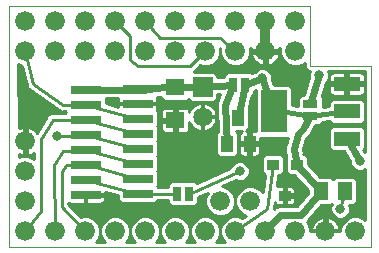
<source format=gbl>
G75*
%MOIN*%
%OFA0B0*%
%FSLAX25Y25*%
%IPPOS*%
%LPD*%
%AMOC8*
5,1,8,0,0,1.08239X$1,22.5*
%
%ADD10C,0.00000*%
%ADD11R,0.03937X0.03543*%
%ADD12R,0.03937X0.05512*%
%ADD13R,0.02500X0.05000*%
%ADD14R,0.05000X0.02500*%
%ADD15C,0.06600*%
%ADD16R,0.10000X0.03000*%
%ADD17R,0.06299X0.05512*%
%ADD18R,0.05118X0.05906*%
%ADD19R,0.08800X0.04800*%
%ADD20R,0.08661X0.14173*%
%ADD21R,0.06500X0.06500*%
%ADD22C,0.06500*%
%ADD23C,0.01000*%
%ADD24C,0.01600*%
%ADD25C,0.03200*%
%ADD26C,0.03200*%
%ADD27C,0.02400*%
D10*
X0030829Y0002606D02*
X0151329Y0002606D01*
X0151329Y0062811D01*
X0131250Y0062850D01*
X0131211Y0062889D01*
X0131211Y0072811D01*
X0131250Y0082850D01*
X0030829Y0082850D01*
X0030829Y0002606D01*
D11*
X0118813Y0029968D03*
X0126687Y0029968D03*
X0122750Y0019732D03*
D12*
X0110990Y0037019D03*
X0103510Y0037019D03*
X0107250Y0045681D03*
D13*
X0105471Y0056712D03*
X0109415Y0056712D03*
X0090722Y0020350D03*
X0086778Y0020350D03*
D14*
X0131250Y0046378D03*
X0131250Y0050322D03*
D15*
X0126250Y0067850D03*
X0116250Y0067850D03*
X0106250Y0067850D03*
X0096250Y0067850D03*
X0086250Y0067850D03*
X0076250Y0067850D03*
X0066250Y0067850D03*
X0056250Y0067850D03*
X0046250Y0067850D03*
X0036250Y0067850D03*
X0036250Y0077850D03*
X0046250Y0077850D03*
X0056250Y0077850D03*
X0066250Y0077850D03*
X0076250Y0077850D03*
X0086250Y0077850D03*
X0096250Y0077850D03*
X0106250Y0077850D03*
X0116250Y0077850D03*
X0126250Y0077850D03*
X0111250Y0017850D03*
X0101250Y0017850D03*
X0096250Y0007850D03*
X0086250Y0007850D03*
X0076250Y0007850D03*
X0066250Y0007850D03*
X0056250Y0007850D03*
X0046250Y0007850D03*
X0036250Y0007850D03*
X0036250Y0017850D03*
X0036250Y0027850D03*
X0036250Y0037850D03*
X0106250Y0007850D03*
X0116250Y0007850D03*
X0126250Y0007850D03*
X0136250Y0007850D03*
X0146250Y0007850D03*
D16*
X0073750Y0020350D03*
X0073750Y0025350D03*
X0073750Y0030350D03*
X0073750Y0035350D03*
X0073750Y0040350D03*
X0073750Y0045350D03*
X0073750Y0050350D03*
X0073750Y0055350D03*
X0056329Y0055007D03*
X0056329Y0050007D03*
X0056329Y0045007D03*
X0056329Y0040007D03*
X0056329Y0035007D03*
X0056329Y0030007D03*
X0056329Y0025007D03*
X0056329Y0020007D03*
D17*
X0086250Y0044838D03*
X0086250Y0055862D03*
D18*
X0134813Y0021350D03*
X0142687Y0021350D03*
D19*
X0143450Y0038750D03*
X0143450Y0047850D03*
X0143450Y0056950D03*
D20*
X0119049Y0047850D03*
D21*
X0095329Y0056007D03*
D22*
X0095329Y0046007D03*
D23*
X0095140Y0045818D02*
X0095518Y0045818D01*
X0095518Y0041257D01*
X0095703Y0041257D01*
X0096441Y0041374D01*
X0097152Y0041605D01*
X0097818Y0041945D01*
X0098423Y0042384D01*
X0098952Y0042913D01*
X0099391Y0043518D01*
X0099731Y0044184D01*
X0099962Y0044895D01*
X0100079Y0045634D01*
X0100079Y0045818D01*
X0095518Y0045818D01*
X0095518Y0046196D01*
X0100079Y0046196D01*
X0100079Y0046381D01*
X0099962Y0047120D01*
X0099731Y0047831D01*
X0099391Y0048497D01*
X0098952Y0049102D01*
X0098423Y0049631D01*
X0097818Y0050070D01*
X0097152Y0050409D01*
X0096441Y0050641D01*
X0095703Y0050757D01*
X0095518Y0050757D01*
X0095518Y0046197D01*
X0095140Y0046197D01*
X0095140Y0050757D01*
X0094955Y0050757D01*
X0094216Y0050641D01*
X0093505Y0050409D01*
X0092839Y0050070D01*
X0092234Y0049631D01*
X0091706Y0049102D01*
X0091266Y0048497D01*
X0090927Y0047831D01*
X0090900Y0047747D01*
X0090900Y0047792D01*
X0090797Y0048173D01*
X0090600Y0048515D01*
X0090321Y0048794D01*
X0089979Y0048992D01*
X0089597Y0049094D01*
X0086750Y0049094D01*
X0086750Y0045338D01*
X0085750Y0045338D01*
X0085750Y0044338D01*
X0086750Y0044338D01*
X0086750Y0040582D01*
X0089597Y0040582D01*
X0089979Y0040685D01*
X0090321Y0040882D01*
X0090600Y0041161D01*
X0090797Y0041503D01*
X0090900Y0041885D01*
X0090900Y0044268D01*
X0090927Y0044184D01*
X0091266Y0043518D01*
X0091706Y0042913D01*
X0092234Y0042384D01*
X0092839Y0041945D01*
X0093505Y0041605D01*
X0094216Y0041374D01*
X0094955Y0041257D01*
X0095140Y0041257D01*
X0095140Y0045818D01*
X0095140Y0045542D02*
X0095518Y0045542D01*
X0095518Y0046540D02*
X0095140Y0046540D01*
X0095140Y0047539D02*
X0095518Y0047539D01*
X0095518Y0048537D02*
X0095140Y0048537D01*
X0095140Y0049536D02*
X0095518Y0049536D01*
X0095518Y0050534D02*
X0095140Y0050534D01*
X0093890Y0050534D02*
X0074000Y0050534D01*
X0074000Y0050600D02*
X0080250Y0050600D01*
X0080250Y0052047D01*
X0080148Y0052429D01*
X0079996Y0052692D01*
X0080008Y0052704D01*
X0081400Y0052761D01*
X0081400Y0052402D01*
X0082396Y0051406D01*
X0090104Y0051406D01*
X0090565Y0051867D01*
X0091375Y0051057D01*
X0099283Y0051057D01*
X0100279Y0052053D01*
X0100279Y0053444D01*
X0101175Y0053507D01*
X0100424Y0051500D01*
X0100415Y0051490D01*
X0100222Y0050961D01*
X0100025Y0050433D01*
X0100025Y0050419D01*
X0100020Y0050406D01*
X0100045Y0049842D01*
X0100065Y0049279D01*
X0100070Y0049267D01*
X0100430Y0041068D01*
X0099841Y0040479D01*
X0099841Y0033559D01*
X0100837Y0032563D01*
X0106183Y0032563D01*
X0107178Y0033559D01*
X0107178Y0040479D01*
X0106433Y0041225D01*
X0108636Y0041225D01*
X0108443Y0041173D01*
X0108101Y0040975D01*
X0107821Y0040696D01*
X0107624Y0040354D01*
X0107522Y0039973D01*
X0107522Y0037504D01*
X0110506Y0037504D01*
X0110506Y0041275D01*
X0109973Y0041275D01*
X0110918Y0042221D01*
X0110918Y0049141D01*
X0110890Y0049169D01*
X0111589Y0052732D01*
X0112365Y0053508D01*
X0112365Y0054704D01*
X0113019Y0054944D01*
X0113019Y0041275D01*
X0111474Y0041275D01*
X0111474Y0037504D01*
X0110506Y0037504D01*
X0110506Y0036535D01*
X0111474Y0036535D01*
X0111474Y0032763D01*
X0113156Y0032763D01*
X0113538Y0032866D01*
X0113880Y0033063D01*
X0114159Y0033342D01*
X0114356Y0033684D01*
X0114459Y0034066D01*
X0114459Y0036535D01*
X0111474Y0036535D01*
X0111474Y0037504D01*
X0114459Y0037504D01*
X0114459Y0039063D01*
X0123813Y0039063D01*
X0123057Y0036632D01*
X0122979Y0036520D01*
X0122886Y0036085D01*
X0122754Y0035660D01*
X0122767Y0035525D01*
X0122738Y0035392D01*
X0122819Y0034954D01*
X0122859Y0034512D01*
X0122923Y0034391D01*
X0123241Y0032666D01*
X0123019Y0032444D01*
X0123019Y0027492D01*
X0124014Y0026496D01*
X0125975Y0026496D01*
X0130554Y0021640D01*
X0130554Y0020731D01*
X0126878Y0016250D01*
X0121755Y0016250D01*
X0121688Y0016274D01*
X0121181Y0016250D01*
X0120673Y0016250D01*
X0120607Y0016223D01*
X0120536Y0016219D01*
X0120077Y0016003D01*
X0119607Y0015808D01*
X0119557Y0015758D01*
X0119492Y0015728D01*
X0119151Y0015352D01*
X0119009Y0015211D01*
X0119132Y0015953D01*
X0119112Y0015981D01*
X0119331Y0017578D01*
X0119384Y0017381D01*
X0119581Y0017039D01*
X0119860Y0016760D01*
X0120203Y0016562D01*
X0120584Y0016460D01*
X0122364Y0016460D01*
X0122364Y0019346D01*
X0123136Y0019346D01*
X0123136Y0020118D01*
X0122364Y0020118D01*
X0122364Y0023004D01*
X0120584Y0023004D01*
X0120203Y0022901D01*
X0120051Y0022814D01*
X0120557Y0026496D01*
X0121486Y0026496D01*
X0122481Y0027492D01*
X0122481Y0032444D01*
X0121486Y0033440D01*
X0116140Y0033440D01*
X0115144Y0032444D01*
X0115144Y0027492D01*
X0116118Y0026518D01*
X0115337Y0020834D01*
X0114082Y0022089D01*
X0112245Y0022850D01*
X0110255Y0022850D01*
X0108418Y0022089D01*
X0107011Y0020682D01*
X0106250Y0018845D01*
X0105489Y0020682D01*
X0104082Y0022089D01*
X0102245Y0022850D01*
X0101856Y0022850D01*
X0106383Y0024844D01*
X0107094Y0024550D01*
X0108406Y0024550D01*
X0109619Y0025052D01*
X0110548Y0025981D01*
X0111050Y0027194D01*
X0111050Y0028506D01*
X0110548Y0029719D01*
X0109619Y0030648D01*
X0108406Y0031150D01*
X0107094Y0031150D01*
X0105881Y0030648D01*
X0104952Y0029719D01*
X0104599Y0028866D01*
X0093325Y0023901D01*
X0092676Y0024550D01*
X0088767Y0024550D01*
X0088750Y0024532D01*
X0088733Y0024550D01*
X0084824Y0024550D01*
X0083828Y0023554D01*
X0083828Y0022550D01*
X0080450Y0022550D01*
X0080450Y0022554D01*
X0080154Y0022850D01*
X0080450Y0023146D01*
X0080450Y0027554D01*
X0080154Y0027850D01*
X0080450Y0028146D01*
X0080450Y0032554D01*
X0080154Y0032850D01*
X0080450Y0033146D01*
X0080450Y0037554D01*
X0080154Y0037850D01*
X0080450Y0038146D01*
X0080450Y0042554D01*
X0080154Y0042850D01*
X0080450Y0043146D01*
X0080450Y0047554D01*
X0079996Y0048008D01*
X0080148Y0048271D01*
X0080250Y0048653D01*
X0080250Y0050100D01*
X0074000Y0050100D01*
X0074000Y0050600D01*
X0073500Y0050600D02*
X0073500Y0050100D01*
X0067250Y0050100D01*
X0067250Y0049365D01*
X0063029Y0050494D01*
X0063029Y0052107D01*
X0067266Y0052107D01*
X0067250Y0052047D01*
X0067250Y0050600D01*
X0073500Y0050600D01*
X0073500Y0050534D02*
X0063029Y0050534D01*
X0063029Y0051533D02*
X0067250Y0051533D01*
X0067250Y0049536D02*
X0066611Y0049536D01*
X0073750Y0045350D02*
X0056329Y0050007D01*
X0048829Y0050007D01*
X0038829Y0057007D01*
X0036250Y0067850D01*
X0033832Y0063440D02*
X0035169Y0062886D01*
X0036673Y0056561D01*
X0036821Y0055728D01*
X0036882Y0055685D01*
X0036899Y0055612D01*
X0037620Y0055168D01*
X0047409Y0048316D01*
X0047917Y0047807D01*
X0048135Y0047807D01*
X0048314Y0047683D01*
X0049021Y0047807D01*
X0049629Y0047807D01*
X0049629Y0047803D01*
X0049925Y0047507D01*
X0049629Y0047212D01*
X0049629Y0047207D01*
X0045951Y0047207D01*
X0045706Y0047359D01*
X0045070Y0047207D01*
X0044417Y0047207D01*
X0044213Y0047003D01*
X0043933Y0046937D01*
X0043590Y0046380D01*
X0043129Y0045919D01*
X0043129Y0045630D01*
X0040103Y0040713D01*
X0039911Y0040977D01*
X0039377Y0041511D01*
X0038766Y0041955D01*
X0038093Y0042298D01*
X0037374Y0042532D01*
X0036750Y0042631D01*
X0036750Y0038350D01*
X0035750Y0038350D01*
X0035750Y0042631D01*
X0035126Y0042532D01*
X0034407Y0042298D01*
X0034154Y0042169D01*
X0033832Y0063440D01*
X0033846Y0062517D02*
X0035257Y0062517D01*
X0035495Y0061518D02*
X0033861Y0061518D01*
X0033876Y0060520D02*
X0035732Y0060520D01*
X0035970Y0059521D02*
X0033891Y0059521D01*
X0033906Y0058523D02*
X0036207Y0058523D01*
X0036445Y0057524D02*
X0033922Y0057524D01*
X0033937Y0056526D02*
X0036680Y0056526D01*
X0037037Y0055527D02*
X0033952Y0055527D01*
X0033967Y0054528D02*
X0038534Y0054528D01*
X0039960Y0053530D02*
X0033982Y0053530D01*
X0033997Y0052531D02*
X0041387Y0052531D01*
X0042813Y0051533D02*
X0034012Y0051533D01*
X0034028Y0050534D02*
X0044240Y0050534D01*
X0045666Y0049536D02*
X0034043Y0049536D01*
X0034058Y0048537D02*
X0047092Y0048537D01*
X0049893Y0047539D02*
X0034073Y0047539D01*
X0034088Y0046540D02*
X0043689Y0046540D01*
X0043074Y0045542D02*
X0034103Y0045542D01*
X0034118Y0044543D02*
X0042460Y0044543D01*
X0041845Y0043545D02*
X0034133Y0043545D01*
X0034149Y0042546D02*
X0035218Y0042546D01*
X0035750Y0042546D02*
X0036750Y0042546D01*
X0037282Y0042546D02*
X0041231Y0042546D01*
X0040617Y0041548D02*
X0039327Y0041548D01*
X0036750Y0041548D02*
X0035750Y0041548D01*
X0035750Y0040549D02*
X0036750Y0040549D01*
X0036750Y0039551D02*
X0035750Y0039551D01*
X0035750Y0038552D02*
X0036750Y0038552D01*
X0036750Y0037350D02*
X0035750Y0037350D01*
X0035750Y0033069D01*
X0035126Y0033168D01*
X0034407Y0033402D01*
X0034286Y0033463D01*
X0034301Y0032455D01*
X0035255Y0032850D01*
X0037245Y0032850D01*
X0039082Y0032089D01*
X0039129Y0032042D01*
X0039129Y0034008D01*
X0038766Y0033745D01*
X0038093Y0033402D01*
X0037374Y0033168D01*
X0036750Y0033069D01*
X0036750Y0037350D01*
X0036750Y0036555D02*
X0035750Y0036555D01*
X0035750Y0035557D02*
X0036750Y0035557D01*
X0036750Y0034558D02*
X0035750Y0034558D01*
X0035750Y0033560D02*
X0036750Y0033560D01*
X0037942Y0032561D02*
X0039129Y0032561D01*
X0039129Y0033560D02*
X0038403Y0033560D01*
X0034558Y0032561D02*
X0034300Y0032561D01*
X0041329Y0038507D02*
X0045329Y0045007D01*
X0056329Y0045007D01*
X0073750Y0040350D01*
X0073750Y0035350D02*
X0056329Y0040007D01*
X0046829Y0039507D01*
X0041329Y0038507D02*
X0041329Y0014507D01*
X0036250Y0007850D01*
X0046250Y0007850D02*
X0045829Y0030007D01*
X0048829Y0034507D01*
X0056329Y0035007D01*
X0073750Y0030350D01*
X0073750Y0025350D02*
X0058320Y0029475D01*
X0049829Y0030007D01*
X0048329Y0027507D01*
X0048329Y0016007D01*
X0056250Y0007850D01*
X0059777Y0004306D02*
X0060489Y0005018D01*
X0061250Y0006855D01*
X0061250Y0008845D01*
X0060489Y0010682D01*
X0059082Y0012089D01*
X0057245Y0012850D01*
X0055255Y0012850D01*
X0054689Y0012615D01*
X0050529Y0016900D01*
X0050529Y0017237D01*
X0050750Y0017110D01*
X0051131Y0017007D01*
X0056079Y0017007D01*
X0056079Y0019757D01*
X0056579Y0019757D01*
X0056579Y0017007D01*
X0061526Y0017007D01*
X0061908Y0017110D01*
X0062250Y0017307D01*
X0062529Y0017586D01*
X0062727Y0017928D01*
X0062829Y0018310D01*
X0062829Y0019757D01*
X0056579Y0019757D01*
X0056579Y0020257D01*
X0062829Y0020257D01*
X0062829Y0020992D01*
X0067050Y0019864D01*
X0067050Y0018146D01*
X0068046Y0017150D01*
X0079454Y0017150D01*
X0080450Y0018146D01*
X0080450Y0018150D01*
X0083828Y0018150D01*
X0083828Y0017146D01*
X0084824Y0016150D01*
X0088733Y0016150D01*
X0088750Y0016167D01*
X0088767Y0016150D01*
X0092676Y0016150D01*
X0093672Y0017146D01*
X0093672Y0019245D01*
X0097072Y0020743D01*
X0097011Y0020682D01*
X0096250Y0018845D01*
X0096250Y0016855D01*
X0097011Y0015018D01*
X0098418Y0013611D01*
X0100255Y0012850D01*
X0102245Y0012850D01*
X0104082Y0013611D01*
X0105489Y0015018D01*
X0106250Y0016855D01*
X0106250Y0018845D01*
X0106250Y0016855D01*
X0107011Y0015018D01*
X0108418Y0013611D01*
X0109748Y0013060D01*
X0108644Y0012270D01*
X0107245Y0012850D01*
X0105255Y0012850D01*
X0103418Y0012089D01*
X0102011Y0010682D01*
X0101250Y0008845D01*
X0100489Y0010682D01*
X0099082Y0012089D01*
X0097245Y0012850D01*
X0095255Y0012850D01*
X0093418Y0012089D01*
X0092011Y0010682D01*
X0091250Y0008845D01*
X0090489Y0010682D01*
X0089082Y0012089D01*
X0087245Y0012850D01*
X0085255Y0012850D01*
X0083418Y0012089D01*
X0082011Y0010682D01*
X0081250Y0008845D01*
X0080489Y0010682D01*
X0079082Y0012089D01*
X0077245Y0012850D01*
X0075255Y0012850D01*
X0073418Y0012089D01*
X0072011Y0010682D01*
X0071250Y0008845D01*
X0070489Y0010682D01*
X0069082Y0012089D01*
X0067245Y0012850D01*
X0065255Y0012850D01*
X0063418Y0012089D01*
X0062011Y0010682D01*
X0061250Y0008845D01*
X0061250Y0006855D01*
X0062011Y0005018D01*
X0062723Y0004306D01*
X0059777Y0004306D01*
X0060074Y0004603D02*
X0062426Y0004603D01*
X0061769Y0005601D02*
X0060731Y0005601D01*
X0061144Y0006600D02*
X0061356Y0006600D01*
X0061250Y0007598D02*
X0061250Y0007598D01*
X0061250Y0008597D02*
X0061250Y0008597D01*
X0060939Y0009595D02*
X0061561Y0009595D01*
X0061975Y0010594D02*
X0060525Y0010594D01*
X0059579Y0011593D02*
X0062921Y0011593D01*
X0064630Y0012591D02*
X0057870Y0012591D01*
X0053743Y0013590D02*
X0098470Y0013590D01*
X0097870Y0012591D02*
X0104630Y0012591D01*
X0104030Y0013590D02*
X0108470Y0013590D01*
X0107870Y0012591D02*
X0109093Y0012591D01*
X0107441Y0014588D02*
X0105059Y0014588D01*
X0105724Y0015587D02*
X0106776Y0015587D01*
X0106362Y0016585D02*
X0106138Y0016585D01*
X0106250Y0017584D02*
X0106250Y0017584D01*
X0106250Y0018582D02*
X0106250Y0018582D01*
X0105945Y0019581D02*
X0106555Y0019581D01*
X0106968Y0020579D02*
X0105532Y0020579D01*
X0104593Y0021578D02*
X0107907Y0021578D01*
X0109594Y0022576D02*
X0102906Y0022576D01*
X0103501Y0023575D02*
X0115714Y0023575D01*
X0115851Y0024573D02*
X0108462Y0024573D01*
X0107038Y0024573D02*
X0105768Y0024573D01*
X0107750Y0027850D02*
X0090722Y0020350D01*
X0093672Y0018582D02*
X0096250Y0018582D01*
X0096250Y0017584D02*
X0093672Y0017584D01*
X0093111Y0016585D02*
X0096362Y0016585D01*
X0096776Y0015587D02*
X0051804Y0015587D01*
X0050834Y0016585D02*
X0084389Y0016585D01*
X0083828Y0017584D02*
X0079888Y0017584D01*
X0077870Y0012591D02*
X0084630Y0012591D01*
X0082921Y0011593D02*
X0079579Y0011593D01*
X0080525Y0010594D02*
X0081975Y0010594D01*
X0081561Y0009595D02*
X0080939Y0009595D01*
X0081250Y0008845D02*
X0081250Y0006855D01*
X0080489Y0005018D01*
X0079777Y0004306D01*
X0082723Y0004306D01*
X0082011Y0005018D01*
X0081250Y0006855D01*
X0081250Y0008845D01*
X0081250Y0008597D02*
X0081250Y0008597D01*
X0081250Y0007598D02*
X0081250Y0007598D01*
X0081144Y0006600D02*
X0081356Y0006600D01*
X0081769Y0005601D02*
X0080731Y0005601D01*
X0080074Y0004603D02*
X0082426Y0004603D01*
X0089777Y0004306D02*
X0090489Y0005018D01*
X0091250Y0006855D01*
X0091250Y0008845D01*
X0091250Y0006855D01*
X0092011Y0005018D01*
X0092723Y0004306D01*
X0089777Y0004306D01*
X0090074Y0004603D02*
X0092426Y0004603D01*
X0091769Y0005601D02*
X0090731Y0005601D01*
X0091144Y0006600D02*
X0091356Y0006600D01*
X0091250Y0007598D02*
X0091250Y0007598D01*
X0091250Y0008597D02*
X0091250Y0008597D01*
X0090939Y0009595D02*
X0091561Y0009595D01*
X0091975Y0010594D02*
X0090525Y0010594D01*
X0089579Y0011593D02*
X0092921Y0011593D01*
X0094630Y0012591D02*
X0087870Y0012591D01*
X0086778Y0020350D02*
X0073750Y0020350D01*
X0056329Y0025007D01*
X0056079Y0019581D02*
X0056579Y0019581D01*
X0056579Y0018582D02*
X0056079Y0018582D01*
X0056079Y0017584D02*
X0056579Y0017584D01*
X0052774Y0014588D02*
X0097441Y0014588D01*
X0099579Y0011593D02*
X0102921Y0011593D01*
X0101975Y0010594D02*
X0100525Y0010594D01*
X0100939Y0009595D02*
X0101561Y0009595D01*
X0101250Y0008845D02*
X0101250Y0006855D01*
X0100489Y0005018D01*
X0099777Y0004306D01*
X0102723Y0004306D01*
X0102011Y0005018D01*
X0101250Y0006855D01*
X0101250Y0008845D01*
X0101250Y0008597D02*
X0101250Y0008597D01*
X0101250Y0007598D02*
X0101250Y0007598D01*
X0101144Y0006600D02*
X0101356Y0006600D01*
X0101769Y0005601D02*
X0100731Y0005601D01*
X0100074Y0004603D02*
X0102426Y0004603D01*
X0106250Y0007850D02*
X0116813Y0015413D01*
X0118813Y0029968D01*
X0122481Y0029566D02*
X0123019Y0029566D01*
X0123019Y0030564D02*
X0122481Y0030564D01*
X0122481Y0031563D02*
X0123019Y0031563D01*
X0123136Y0032561D02*
X0122364Y0032561D01*
X0123076Y0033560D02*
X0114284Y0033560D01*
X0114459Y0034558D02*
X0122855Y0034558D01*
X0122764Y0035557D02*
X0114459Y0035557D01*
X0114459Y0037554D02*
X0123343Y0037554D01*
X0123654Y0038552D02*
X0114459Y0038552D01*
X0111474Y0038552D02*
X0110506Y0038552D01*
X0110506Y0037554D02*
X0111474Y0037554D01*
X0111474Y0036555D02*
X0123004Y0036555D01*
X0128677Y0035172D02*
X0128996Y0033440D01*
X0129360Y0033440D01*
X0130355Y0032444D01*
X0130355Y0030305D01*
X0134412Y0026003D01*
X0138076Y0026003D01*
X0138750Y0025329D01*
X0139424Y0026003D01*
X0145950Y0026003D01*
X0146946Y0025007D01*
X0146946Y0017693D01*
X0145950Y0016697D01*
X0144264Y0016697D01*
X0144550Y0016006D01*
X0144550Y0014694D01*
X0144048Y0013481D01*
X0143119Y0012552D01*
X0141906Y0012050D01*
X0140594Y0012050D01*
X0139381Y0012552D01*
X0138452Y0013481D01*
X0137950Y0014694D01*
X0137950Y0016006D01*
X0138349Y0016970D01*
X0138076Y0016697D01*
X0134747Y0016697D01*
X0130765Y0011843D01*
X0130708Y0011707D01*
X0130402Y0011400D01*
X0130126Y0011065D01*
X0130113Y0011058D01*
X0130489Y0010682D01*
X0131250Y0008845D01*
X0131250Y0007932D01*
X0135750Y0007914D01*
X0135750Y0008350D01*
X0135750Y0012631D01*
X0135126Y0012532D01*
X0134407Y0012298D01*
X0133734Y0011955D01*
X0133123Y0011511D01*
X0132589Y0010977D01*
X0132145Y0010366D01*
X0131802Y0009693D01*
X0131568Y0008974D01*
X0131469Y0008350D01*
X0135750Y0008350D01*
X0136750Y0008350D01*
X0136750Y0012631D01*
X0137374Y0012532D01*
X0138093Y0012298D01*
X0138766Y0011955D01*
X0139377Y0011511D01*
X0139911Y0010977D01*
X0140355Y0010366D01*
X0140698Y0009693D01*
X0140932Y0008974D01*
X0141031Y0008350D01*
X0136750Y0008350D01*
X0136750Y0007909D01*
X0141250Y0007891D01*
X0141250Y0008845D01*
X0142011Y0010682D01*
X0143418Y0012089D01*
X0145255Y0012850D01*
X0147245Y0012850D01*
X0149082Y0012089D01*
X0149629Y0011542D01*
X0149629Y0028562D01*
X0149619Y0028552D01*
X0148406Y0028050D01*
X0147094Y0028050D01*
X0145881Y0028552D01*
X0144952Y0029481D01*
X0144450Y0030694D01*
X0144450Y0031257D01*
X0142478Y0034650D01*
X0138346Y0034650D01*
X0137350Y0035646D01*
X0137350Y0041854D01*
X0138346Y0042850D01*
X0148554Y0042850D01*
X0149550Y0041854D01*
X0149550Y0035646D01*
X0148954Y0035050D01*
X0149434Y0034224D01*
X0149619Y0034148D01*
X0149629Y0034138D01*
X0149629Y0061114D01*
X0137288Y0061138D01*
X0137550Y0060506D01*
X0137550Y0059194D01*
X0137048Y0057981D01*
X0136543Y0057476D01*
X0135036Y0052690D01*
X0135450Y0052276D01*
X0135450Y0049403D01*
X0137350Y0049632D01*
X0137350Y0050954D01*
X0138346Y0051950D01*
X0148554Y0051950D01*
X0149550Y0050954D01*
X0149550Y0044746D01*
X0148554Y0043750D01*
X0138346Y0043750D01*
X0137484Y0044612D01*
X0135385Y0044359D01*
X0134454Y0043428D01*
X0132934Y0043428D01*
X0131367Y0040590D01*
X0131208Y0040207D01*
X0131091Y0040089D01*
X0131010Y0039943D01*
X0130686Y0039685D01*
X0129807Y0038805D01*
X0128677Y0035172D01*
X0128796Y0035557D02*
X0137439Y0035557D01*
X0137350Y0036555D02*
X0129107Y0036555D01*
X0129417Y0037554D02*
X0137350Y0037554D01*
X0137350Y0038552D02*
X0129728Y0038552D01*
X0130552Y0039551D02*
X0137350Y0039551D01*
X0137350Y0040549D02*
X0131350Y0040549D01*
X0131896Y0041548D02*
X0137350Y0041548D01*
X0138042Y0042546D02*
X0132447Y0042546D01*
X0134571Y0043545D02*
X0149629Y0043545D01*
X0149629Y0044543D02*
X0149348Y0044543D01*
X0149550Y0045542D02*
X0149629Y0045542D01*
X0149629Y0046540D02*
X0149550Y0046540D01*
X0149550Y0047539D02*
X0149629Y0047539D01*
X0149629Y0048537D02*
X0149550Y0048537D01*
X0149550Y0049536D02*
X0149629Y0049536D01*
X0149629Y0050534D02*
X0149550Y0050534D01*
X0149629Y0051533D02*
X0148971Y0051533D01*
X0149629Y0052531D02*
X0135194Y0052531D01*
X0135300Y0053530D02*
X0137949Y0053530D01*
X0137850Y0053629D02*
X0138129Y0053350D01*
X0138471Y0053152D01*
X0138853Y0053050D01*
X0142950Y0053050D01*
X0142950Y0056450D01*
X0143950Y0056450D01*
X0143950Y0057450D01*
X0142950Y0057450D01*
X0142950Y0060850D01*
X0138853Y0060850D01*
X0138471Y0060748D01*
X0138129Y0060550D01*
X0137850Y0060271D01*
X0137652Y0059929D01*
X0137550Y0059547D01*
X0137550Y0057450D01*
X0142950Y0057450D01*
X0142950Y0056450D01*
X0137550Y0056450D01*
X0137550Y0054353D01*
X0137652Y0053971D01*
X0137850Y0053629D01*
X0137550Y0054528D02*
X0135615Y0054528D01*
X0135929Y0055527D02*
X0137550Y0055527D01*
X0136244Y0056526D02*
X0142950Y0056526D01*
X0142950Y0057524D02*
X0143950Y0057524D01*
X0143950Y0057450D02*
X0143950Y0060850D01*
X0148047Y0060850D01*
X0148429Y0060748D01*
X0148771Y0060550D01*
X0149050Y0060271D01*
X0149248Y0059929D01*
X0149350Y0059547D01*
X0149350Y0057450D01*
X0143950Y0057450D01*
X0143950Y0056526D02*
X0149629Y0056526D01*
X0149350Y0056450D02*
X0149350Y0054353D01*
X0149248Y0053971D01*
X0149050Y0053629D01*
X0148771Y0053350D01*
X0148429Y0053152D01*
X0148047Y0053050D01*
X0143950Y0053050D01*
X0143950Y0056450D01*
X0149350Y0056450D01*
X0149350Y0055527D02*
X0149629Y0055527D01*
X0149629Y0054528D02*
X0149350Y0054528D01*
X0149629Y0053530D02*
X0148951Y0053530D01*
X0149350Y0057524D02*
X0149629Y0057524D01*
X0149629Y0058523D02*
X0149350Y0058523D01*
X0149350Y0059521D02*
X0149629Y0059521D01*
X0149629Y0060520D02*
X0148802Y0060520D01*
X0143950Y0060520D02*
X0142950Y0060520D01*
X0142950Y0059521D02*
X0143950Y0059521D01*
X0143950Y0058523D02*
X0142950Y0058523D01*
X0142950Y0055527D02*
X0143950Y0055527D01*
X0143950Y0054528D02*
X0142950Y0054528D01*
X0142950Y0053530D02*
X0143950Y0053530D01*
X0137929Y0051533D02*
X0135450Y0051533D01*
X0135450Y0050534D02*
X0137350Y0050534D01*
X0136551Y0049536D02*
X0135450Y0049536D01*
X0136913Y0044543D02*
X0137552Y0044543D01*
X0127050Y0049601D02*
X0127050Y0052276D01*
X0128046Y0053272D01*
X0129138Y0053272D01*
X0130980Y0059121D01*
X0130950Y0059194D01*
X0130950Y0060506D01*
X0131217Y0061150D01*
X0130546Y0061150D01*
X0130544Y0061151D01*
X0130542Y0061151D01*
X0130046Y0061650D01*
X0129511Y0062185D01*
X0129511Y0064040D01*
X0129082Y0063611D01*
X0127245Y0062850D01*
X0125255Y0062850D01*
X0123418Y0063611D01*
X0122011Y0065018D01*
X0121250Y0066855D01*
X0121250Y0068845D01*
X0121252Y0068850D01*
X0120951Y0068850D01*
X0121031Y0068350D01*
X0116750Y0068350D01*
X0116750Y0067350D01*
X0121031Y0067350D01*
X0120932Y0066726D01*
X0120698Y0066007D01*
X0120355Y0065334D01*
X0119911Y0064723D01*
X0119377Y0064189D01*
X0118766Y0063745D01*
X0118093Y0063402D01*
X0117374Y0063168D01*
X0116750Y0063069D01*
X0116750Y0067350D01*
X0115750Y0067350D01*
X0115750Y0063069D01*
X0115126Y0063168D01*
X0114407Y0063402D01*
X0113734Y0063745D01*
X0113123Y0064189D01*
X0112589Y0064723D01*
X0112145Y0065334D01*
X0111802Y0066007D01*
X0111568Y0066726D01*
X0111469Y0067350D01*
X0115750Y0067350D01*
X0115750Y0068350D01*
X0111469Y0068350D01*
X0111549Y0068850D01*
X0111248Y0068850D01*
X0111250Y0068845D01*
X0111250Y0066855D01*
X0110489Y0065018D01*
X0109082Y0063611D01*
X0107245Y0062850D01*
X0105255Y0062850D01*
X0103418Y0063611D01*
X0102011Y0065018D01*
X0101250Y0066855D01*
X0101250Y0068845D01*
X0101252Y0068850D01*
X0101248Y0068850D01*
X0101250Y0068845D01*
X0101250Y0066855D01*
X0100489Y0065018D01*
X0099082Y0063611D01*
X0097245Y0062850D01*
X0095255Y0062850D01*
X0094623Y0063112D01*
X0092469Y0060957D01*
X0099283Y0060957D01*
X0100279Y0059962D01*
X0100279Y0059258D01*
X0102521Y0059414D01*
X0102521Y0059916D01*
X0103517Y0060912D01*
X0107425Y0060912D01*
X0107443Y0060895D01*
X0107460Y0060912D01*
X0111369Y0060912D01*
X0111658Y0060623D01*
X0112759Y0061026D01*
X0113381Y0061648D01*
X0114594Y0062150D01*
X0115906Y0062150D01*
X0117119Y0061648D01*
X0118048Y0060719D01*
X0118550Y0059506D01*
X0118550Y0058194D01*
X0118547Y0058187D01*
X0119083Y0056637D01*
X0124084Y0056637D01*
X0125080Y0055641D01*
X0125080Y0049925D01*
X0127050Y0049601D01*
X0127050Y0050534D02*
X0125080Y0050534D01*
X0125080Y0051533D02*
X0127050Y0051533D01*
X0127306Y0052531D02*
X0125080Y0052531D01*
X0125080Y0053530D02*
X0129220Y0053530D01*
X0129534Y0054528D02*
X0125080Y0054528D01*
X0125080Y0055527D02*
X0129849Y0055527D01*
X0130163Y0056526D02*
X0124195Y0056526D01*
X0118776Y0057524D02*
X0130477Y0057524D01*
X0130792Y0058523D02*
X0118550Y0058523D01*
X0118544Y0059521D02*
X0130950Y0059521D01*
X0130955Y0060520D02*
X0118130Y0060520D01*
X0117249Y0061518D02*
X0130177Y0061518D01*
X0129511Y0062517D02*
X0094028Y0062517D01*
X0093029Y0061518D02*
X0113251Y0061518D01*
X0114185Y0063515D02*
X0108850Y0063515D01*
X0109985Y0064514D02*
X0112798Y0064514D01*
X0112054Y0065512D02*
X0110694Y0065512D01*
X0111107Y0066511D02*
X0111638Y0066511D01*
X0111250Y0067509D02*
X0115750Y0067509D01*
X0115750Y0066511D02*
X0116750Y0066511D01*
X0116750Y0067509D02*
X0121250Y0067509D01*
X0121250Y0068508D02*
X0121006Y0068508D01*
X0120862Y0066511D02*
X0121393Y0066511D01*
X0121806Y0065512D02*
X0120446Y0065512D01*
X0119702Y0064514D02*
X0122515Y0064514D01*
X0123650Y0063515D02*
X0118315Y0063515D01*
X0116750Y0063515D02*
X0115750Y0063515D01*
X0115750Y0064514D02*
X0116750Y0064514D01*
X0116750Y0065512D02*
X0115750Y0065512D01*
X0111494Y0068508D02*
X0111250Y0068508D01*
X0106250Y0067850D02*
X0101250Y0072378D01*
X0081250Y0072378D01*
X0076250Y0077850D01*
X0071250Y0072850D02*
X0066250Y0077850D01*
X0071250Y0072850D02*
X0071250Y0064850D01*
X0073750Y0062850D01*
X0091250Y0062850D01*
X0096250Y0067850D01*
X0099985Y0064514D02*
X0102515Y0064514D01*
X0101806Y0065512D02*
X0100694Y0065512D01*
X0101107Y0066511D02*
X0101393Y0066511D01*
X0101250Y0067509D02*
X0101250Y0067509D01*
X0101250Y0068508D02*
X0101250Y0068508D01*
X0098850Y0063515D02*
X0103650Y0063515D01*
X0103124Y0060520D02*
X0099721Y0060520D01*
X0100279Y0059521D02*
X0102521Y0059521D01*
X0100810Y0052531D02*
X0100279Y0052531D01*
X0100437Y0051533D02*
X0099758Y0051533D01*
X0100063Y0050534D02*
X0096767Y0050534D01*
X0098518Y0049536D02*
X0100056Y0049536D01*
X0100102Y0048537D02*
X0099362Y0048537D01*
X0099826Y0047539D02*
X0100146Y0047539D01*
X0100190Y0046540D02*
X0100054Y0046540D01*
X0100064Y0045542D02*
X0100234Y0045542D01*
X0100277Y0044543D02*
X0099847Y0044543D01*
X0099405Y0043545D02*
X0100321Y0043545D01*
X0100365Y0042546D02*
X0098585Y0042546D01*
X0096975Y0041548D02*
X0100409Y0041548D01*
X0099911Y0040549D02*
X0080450Y0040549D01*
X0080450Y0039551D02*
X0099841Y0039551D01*
X0099841Y0038552D02*
X0080450Y0038552D01*
X0080450Y0037554D02*
X0099841Y0037554D01*
X0099841Y0036555D02*
X0080450Y0036555D01*
X0080450Y0035557D02*
X0099841Y0035557D01*
X0099841Y0034558D02*
X0080450Y0034558D01*
X0080450Y0033560D02*
X0099841Y0033560D01*
X0104889Y0029566D02*
X0080450Y0029566D01*
X0080450Y0030564D02*
X0105797Y0030564D01*
X0103920Y0028567D02*
X0080450Y0028567D01*
X0080435Y0027569D02*
X0101653Y0027569D01*
X0099386Y0026570D02*
X0080450Y0026570D01*
X0080450Y0025572D02*
X0097119Y0025572D01*
X0094852Y0024573D02*
X0080450Y0024573D01*
X0080450Y0023575D02*
X0083849Y0023575D01*
X0083828Y0022576D02*
X0080428Y0022576D01*
X0080450Y0031563D02*
X0115144Y0031563D01*
X0115144Y0030564D02*
X0109703Y0030564D01*
X0110611Y0029566D02*
X0115144Y0029566D01*
X0115144Y0028567D02*
X0111025Y0028567D01*
X0111050Y0027569D02*
X0115144Y0027569D01*
X0116067Y0026570D02*
X0110792Y0026570D01*
X0110139Y0025572D02*
X0115988Y0025572D01*
X0115577Y0022576D02*
X0112906Y0022576D01*
X0114593Y0021578D02*
X0115439Y0021578D01*
X0120155Y0023575D02*
X0128730Y0023575D01*
X0129671Y0022576D02*
X0125767Y0022576D01*
X0125640Y0022704D02*
X0125297Y0022901D01*
X0124916Y0023004D01*
X0123136Y0023004D01*
X0123136Y0020118D01*
X0126218Y0020118D01*
X0126218Y0021701D01*
X0126116Y0022083D01*
X0125919Y0022425D01*
X0125640Y0022704D01*
X0126218Y0021578D02*
X0130554Y0021578D01*
X0130430Y0020579D02*
X0126218Y0020579D01*
X0126218Y0019346D02*
X0123136Y0019346D01*
X0123136Y0016460D01*
X0124916Y0016460D01*
X0125297Y0016562D01*
X0125640Y0016760D01*
X0125919Y0017039D01*
X0126116Y0017381D01*
X0126218Y0017763D01*
X0126218Y0019346D01*
X0126218Y0018582D02*
X0128791Y0018582D01*
X0127972Y0017584D02*
X0126170Y0017584D01*
X0125337Y0016585D02*
X0127153Y0016585D01*
X0123136Y0016585D02*
X0122364Y0016585D01*
X0122364Y0017584D02*
X0123136Y0017584D01*
X0123136Y0018582D02*
X0122364Y0018582D01*
X0123136Y0019581D02*
X0129610Y0019581D01*
X0127788Y0024573D02*
X0120292Y0024573D01*
X0120430Y0025572D02*
X0126847Y0025572D01*
X0123941Y0026570D02*
X0121559Y0026570D01*
X0122481Y0027569D02*
X0123019Y0027569D01*
X0123019Y0028567D02*
X0122481Y0028567D01*
X0122364Y0022576D02*
X0123136Y0022576D01*
X0123136Y0021578D02*
X0122364Y0021578D01*
X0122364Y0020579D02*
X0123136Y0020579D01*
X0120163Y0016585D02*
X0119195Y0016585D01*
X0119072Y0015587D02*
X0119364Y0015587D01*
X0130594Y0011593D02*
X0133235Y0011593D01*
X0132311Y0010594D02*
X0130525Y0010594D01*
X0130939Y0009595D02*
X0131770Y0009595D01*
X0131508Y0008597D02*
X0131250Y0008597D01*
X0131378Y0012591D02*
X0135500Y0012591D01*
X0135750Y0012591D02*
X0136750Y0012591D01*
X0137000Y0012591D02*
X0139342Y0012591D01*
X0139265Y0011593D02*
X0142921Y0011593D01*
X0143158Y0012591D02*
X0144630Y0012591D01*
X0144093Y0013590D02*
X0149629Y0013590D01*
X0149629Y0014588D02*
X0144506Y0014588D01*
X0144550Y0015587D02*
X0149629Y0015587D01*
X0149629Y0016585D02*
X0144310Y0016585D01*
X0141250Y0015350D02*
X0142687Y0021350D01*
X0146946Y0021578D02*
X0149629Y0021578D01*
X0149629Y0022576D02*
X0146946Y0022576D01*
X0146946Y0023575D02*
X0149629Y0023575D01*
X0149629Y0024573D02*
X0146946Y0024573D01*
X0146381Y0025572D02*
X0149629Y0025572D01*
X0149629Y0026570D02*
X0133877Y0026570D01*
X0132935Y0027569D02*
X0149629Y0027569D01*
X0145866Y0028567D02*
X0131994Y0028567D01*
X0131052Y0029566D02*
X0144917Y0029566D01*
X0144504Y0030564D02*
X0130355Y0030564D01*
X0130355Y0031563D02*
X0144272Y0031563D01*
X0143692Y0032561D02*
X0130238Y0032561D01*
X0128974Y0033560D02*
X0143112Y0033560D01*
X0142532Y0034558D02*
X0128790Y0034558D01*
X0138507Y0025572D02*
X0138993Y0025572D01*
X0146946Y0020579D02*
X0149629Y0020579D01*
X0149629Y0019581D02*
X0146946Y0019581D01*
X0146946Y0018582D02*
X0149629Y0018582D01*
X0149629Y0017584D02*
X0146837Y0017584D01*
X0147870Y0012591D02*
X0149629Y0012591D01*
X0149629Y0011593D02*
X0149579Y0011593D01*
X0141975Y0010594D02*
X0140189Y0010594D01*
X0140730Y0009595D02*
X0141561Y0009595D01*
X0141250Y0008597D02*
X0140992Y0008597D01*
X0136750Y0008597D02*
X0135750Y0008597D01*
X0135750Y0009595D02*
X0136750Y0009595D01*
X0136750Y0010594D02*
X0135750Y0010594D01*
X0135750Y0011593D02*
X0136750Y0011593D01*
X0138407Y0013590D02*
X0132197Y0013590D01*
X0133017Y0014588D02*
X0137994Y0014588D01*
X0137950Y0015587D02*
X0133836Y0015587D01*
X0134655Y0016585D02*
X0138190Y0016585D01*
X0149240Y0034558D02*
X0149629Y0034558D01*
X0149629Y0035557D02*
X0149461Y0035557D01*
X0149550Y0036555D02*
X0149629Y0036555D01*
X0149629Y0037554D02*
X0149550Y0037554D01*
X0149550Y0038552D02*
X0149629Y0038552D01*
X0149629Y0039551D02*
X0149550Y0039551D01*
X0149550Y0040549D02*
X0149629Y0040549D01*
X0149629Y0041548D02*
X0149550Y0041548D01*
X0149629Y0042546D02*
X0148858Y0042546D01*
X0137550Y0057524D02*
X0136591Y0057524D01*
X0137272Y0058523D02*
X0137550Y0058523D01*
X0137550Y0059521D02*
X0137550Y0059521D01*
X0137545Y0060520D02*
X0138098Y0060520D01*
X0129511Y0063515D02*
X0128850Y0063515D01*
X0113019Y0054528D02*
X0112365Y0054528D01*
X0112365Y0053530D02*
X0113019Y0053530D01*
X0113019Y0052531D02*
X0111550Y0052531D01*
X0111354Y0051533D02*
X0113019Y0051533D01*
X0113019Y0050534D02*
X0111158Y0050534D01*
X0110962Y0049536D02*
X0113019Y0049536D01*
X0113019Y0048537D02*
X0110918Y0048537D01*
X0110918Y0047539D02*
X0113019Y0047539D01*
X0113019Y0046540D02*
X0110918Y0046540D01*
X0110918Y0045542D02*
X0113019Y0045542D01*
X0113019Y0044543D02*
X0110918Y0044543D01*
X0110918Y0043545D02*
X0113019Y0043545D01*
X0113019Y0042546D02*
X0110918Y0042546D01*
X0110246Y0041548D02*
X0113019Y0041548D01*
X0111474Y0040549D02*
X0110506Y0040549D01*
X0110506Y0039551D02*
X0111474Y0039551D01*
X0110506Y0036555D02*
X0107178Y0036555D01*
X0107522Y0036535D02*
X0107522Y0034066D01*
X0107624Y0033684D01*
X0107821Y0033342D01*
X0108101Y0033063D01*
X0108443Y0032866D01*
X0108824Y0032763D01*
X0110506Y0032763D01*
X0110506Y0036535D01*
X0107522Y0036535D01*
X0107522Y0035557D02*
X0107178Y0035557D01*
X0107178Y0034558D02*
X0107522Y0034558D01*
X0107696Y0033560D02*
X0107178Y0033560D01*
X0110506Y0033560D02*
X0111474Y0033560D01*
X0111474Y0034558D02*
X0110506Y0034558D01*
X0110506Y0035557D02*
X0111474Y0035557D01*
X0107522Y0037554D02*
X0107178Y0037554D01*
X0107178Y0038552D02*
X0107522Y0038552D01*
X0107522Y0039551D02*
X0107178Y0039551D01*
X0107108Y0040549D02*
X0107737Y0040549D01*
X0115262Y0032561D02*
X0080443Y0032561D01*
X0082521Y0040685D02*
X0082903Y0040582D01*
X0085750Y0040582D01*
X0085750Y0044338D01*
X0081600Y0044338D01*
X0081600Y0041885D01*
X0081703Y0041503D01*
X0081900Y0041161D01*
X0082179Y0040882D01*
X0082521Y0040685D01*
X0081691Y0041548D02*
X0080450Y0041548D01*
X0080450Y0042546D02*
X0081600Y0042546D01*
X0081600Y0043545D02*
X0080450Y0043545D01*
X0080450Y0044543D02*
X0085750Y0044543D01*
X0085750Y0045338D02*
X0081600Y0045338D01*
X0081600Y0047792D01*
X0081703Y0048173D01*
X0081900Y0048515D01*
X0082179Y0048794D01*
X0082521Y0048992D01*
X0082903Y0049094D01*
X0085750Y0049094D01*
X0085750Y0045338D01*
X0085750Y0045542D02*
X0086750Y0045542D01*
X0086750Y0046540D02*
X0085750Y0046540D01*
X0085750Y0047539D02*
X0086750Y0047539D01*
X0086750Y0048537D02*
X0085750Y0048537D01*
X0081922Y0048537D02*
X0080219Y0048537D01*
X0080250Y0049536D02*
X0092140Y0049536D01*
X0091296Y0048537D02*
X0090578Y0048537D01*
X0090899Y0051533D02*
X0090231Y0051533D01*
X0082269Y0051533D02*
X0080250Y0051533D01*
X0080089Y0052531D02*
X0081400Y0052531D01*
X0081600Y0047539D02*
X0080450Y0047539D01*
X0080450Y0046540D02*
X0081600Y0046540D01*
X0081600Y0045542D02*
X0080450Y0045542D01*
X0085750Y0043545D02*
X0086750Y0043545D01*
X0086750Y0042546D02*
X0085750Y0042546D01*
X0085750Y0041548D02*
X0086750Y0041548D01*
X0090809Y0041548D02*
X0093683Y0041548D01*
X0095140Y0041548D02*
X0095518Y0041548D01*
X0095518Y0042546D02*
X0095140Y0042546D01*
X0095140Y0043545D02*
X0095518Y0043545D01*
X0095518Y0044543D02*
X0095140Y0044543D01*
X0092072Y0042546D02*
X0090900Y0042546D01*
X0090900Y0043545D02*
X0091252Y0043545D01*
X0076433Y0055460D02*
X0075981Y0055007D01*
X0058320Y0029475D02*
X0056329Y0030007D01*
X0062829Y0020579D02*
X0064375Y0020579D01*
X0062829Y0019581D02*
X0067050Y0019581D01*
X0067050Y0018582D02*
X0062829Y0018582D01*
X0062526Y0017584D02*
X0067612Y0017584D01*
X0067870Y0012591D02*
X0074630Y0012591D01*
X0072921Y0011593D02*
X0069579Y0011593D01*
X0070525Y0010594D02*
X0071975Y0010594D01*
X0071561Y0009595D02*
X0070939Y0009595D01*
X0071250Y0008845D02*
X0071250Y0006855D01*
X0070489Y0005018D01*
X0069777Y0004306D01*
X0072723Y0004306D01*
X0072011Y0005018D01*
X0071250Y0006855D01*
X0071250Y0008845D01*
X0071250Y0008597D02*
X0071250Y0008597D01*
X0071250Y0007598D02*
X0071250Y0007598D01*
X0071144Y0006600D02*
X0071356Y0006600D01*
X0071769Y0005601D02*
X0070731Y0005601D01*
X0070074Y0004603D02*
X0072426Y0004603D01*
X0094433Y0019581D02*
X0096555Y0019581D01*
X0096700Y0020579D02*
X0096968Y0020579D01*
D24*
X0110990Y0037019D02*
X0116990Y0037110D01*
X0120750Y0036850D01*
X0121329Y0048007D02*
X0131250Y0046378D01*
X0143450Y0047850D01*
D25*
X0134250Y0059850D03*
X0115250Y0058850D03*
X0131250Y0037850D03*
X0120750Y0036850D03*
X0107750Y0027850D03*
X0141250Y0015350D03*
X0147750Y0031350D03*
X0070829Y0014007D03*
X0065329Y0015007D03*
X0046829Y0039507D03*
D26*
X0116250Y0067850D02*
X0116250Y0077850D01*
D27*
X0115250Y0058850D02*
X0119049Y0047850D01*
X0127250Y0040350D02*
X0125695Y0035350D01*
X0126687Y0029968D01*
X0134813Y0021350D01*
X0128250Y0013350D01*
X0121250Y0013350D01*
X0116250Y0007850D01*
X0146211Y0007811D02*
X0146250Y0007850D01*
X0147750Y0031350D02*
X0143450Y0038750D01*
X0131250Y0046378D02*
X0128750Y0041850D01*
X0127250Y0040350D01*
X0131250Y0050322D02*
X0134250Y0059850D01*
X0115250Y0058850D02*
X0109415Y0056712D01*
X0107250Y0045681D01*
X0102943Y0049956D02*
X0105471Y0056712D01*
X0095329Y0056007D01*
X0086250Y0055862D01*
X0076433Y0055460D01*
X0073750Y0055350D01*
X0075981Y0055007D02*
X0056329Y0055007D01*
X0102943Y0049956D02*
X0103510Y0037019D01*
M02*

</source>
